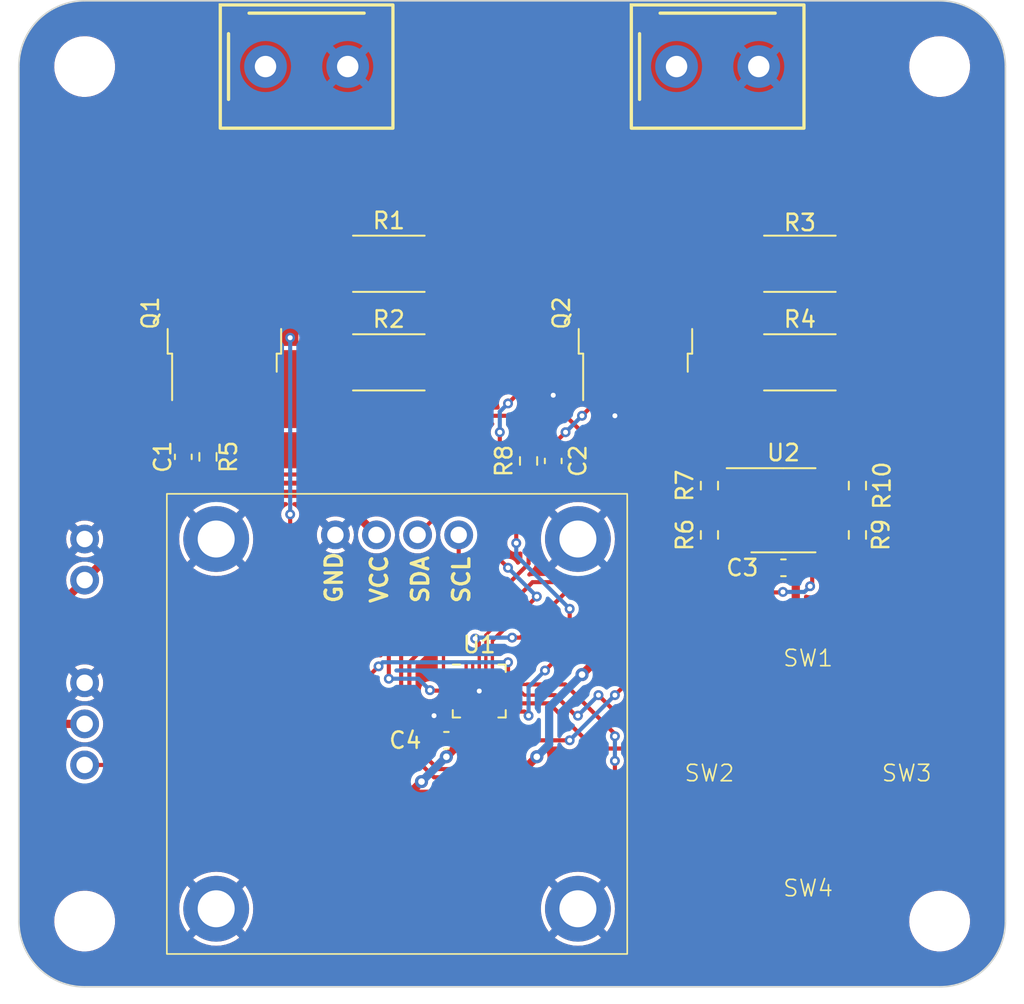
<source format=kicad_pcb>
(kicad_pcb (version 20241229) (generator "pcbnew") (generator_version "9.0")
  (layers (0 "F.Cu" signal) (2 "B.Cu" signal) (13 "F.Paste" user) (15 "B.Paste" user) (5 "F.SilkS" user "F.Silkscreen") (7 "B.SilkS" user "B.Silkscreen") (1 "F.Mask" user) (3 "B.Mask" user) (25 "Edge.Cuts" user))
  (net 0 "")
  (net 3 "+5V")
  (net 7 "GND")
  (net 8 "Net-(Q1-G)")
  (net 9 "Net-(Q2-G)")
  (net 10 "BAT1+")
  (net 11 "BAT2+")
  (net 12 "Net-(Q1-S)")
  (net 13 "Net-(Q2-S)")
  (net 14 "mos1")
  (net 15 "Net-(U2A--)")
  (net 16 "cur1")
  (net 17 "mos2")
  (net 18 "Net-(U2B--)")
  (net 19 "cur2")
  (net 20 "sda")
  (net 21 "scl")
  (net 22 "swio")
  (net 23 "B1")
  (net 24 "B2")
  (net 25 "B3")
  (net 26 "B4")
  (footprint "my-lib:sw-4.5mm" (layer "F.Cu") (at 24 17)
    (property "Reference" "SW3" (at 0 0 0) (layer "F.SilkS") (effects (font (thickness 0.1))))
    (property "Value" "SW_Push")
    (pad "1" smd rect (at -3 -1.5) (size 1.5 1.5) (layers "F.Cu" "F.Mask" "F.Paste") (net 25 "B3"))
    (pad "1" smd rect (at 3 -1.5) (size 1.5 1.5) (layers "F.Cu" "F.Mask" "F.Paste") (net 25 "B3"))
    (pad "2" smd rect (at -3 1.5) (size 1.5 1.5) (layers "F.Cu" "F.Mask" "F.Paste") (net 7 "GND"))
    (pad "2" smd rect (at 3 1.5) (size 1.5 1.5) (layers "F.Cu" "F.Mask" "F.Paste") (net 7 "GND"))
  )
  (footprint "Package_TO_SOT_SMD:TO-252-2" (layer "F.Cu") (at 7.5 -11 90)
    (property "Reference" "Q2" (at 0 -4.5 90) (layer "F.SilkS"))
    (property "Value" "Q_NMOS_GDS")
    (fp_line (start -0.97 -3.45) (end -2.47 -3.45) (stroke (width 0.12)) (layer "F.SilkS"))
    (fp_line (start -2.47 -3.45) (end -2.47 -3.18) (stroke (width 0.12)) (layer "F.SilkS"))
    (fp_line (start -2.47 -3.18) (end -5.3 -3.18) (stroke (width 0.12)) (layer "F.SilkS"))
    (fp_line (start -2.47 3.18) (end -3.57 3.18) (stroke (width 0.12)) (layer "F.SilkS"))
    (fp_line (start -0.97 3.45) (end -2.47 3.45) (stroke (width 0.12)) (layer "F.SilkS"))
    (fp_line (start -2.47 3.45) (end -2.47 3.18) (stroke (width 0.12)) (layer "F.SilkS"))
    (pad "1" smd rect (at -4.2 -2.28 90) (size 2.2 1.2) (layers "F.Cu" "F.Mask" "F.Paste") (net 9 "Net-(Q2-G)"))
    (pad "2" smd rect (at 2.1 0 90) (size 6.4 5.8) (layers "F.Cu" "F.Mask") (net 11 "BAT2+"))
    (pad "3" smd rect (at -4.2 2.28 90) (size 2.2 1.2) (layers "F.Cu" "F.Mask" "F.Paste") (net 13 "Net-(Q2-S)"))
  )
  (footprint "Package_DFN_QFN:QFN-20-1EP_3x3mm_P0.4mm_EP1.65x1.65mm" (layer "F.Cu") (at -2 12)
    (property "Reference" "U1" (at 0 -2.82 0) (layer "F.SilkS"))
    (property "Value" "ch32v003")
    (fp_line (start -1.61 1.61) (end -1.61 1.16) (stroke (width 0.12)) (layer "F.SilkS"))
    (fp_line (start -1.16 -1.61) (end -1.61 -1.61) (stroke (width 0.12)) (layer "F.SilkS"))
    (fp_line (start -1.16 1.61) (end -1.61 1.61) (stroke (width 0.12)) (layer "F.SilkS"))
    (fp_line (start 1.16 -1.61) (end 1.61 -1.61) (stroke (width 0.12)) (layer "F.SilkS"))
    (fp_line (start 1.16 1.61) (end 1.61 1.61) (stroke (width 0.12)) (layer "F.SilkS"))
    (fp_line (start 1.61 -1.61) (end 1.61 -1.16) (stroke (width 0.12)) (layer "F.SilkS"))
    (fp_line (start 1.61 1.61) (end 1.61 1.16) (stroke (width 0.12)) (layer "F.SilkS"))
    (pad "1" smd roundrect (at -1.45 -0.8) (size 0.85 0.2) (layers "F.Cu" "F.Mask" "F.Paste"))
    (pad "2" smd roundrect (at -1.45 -0.4) (size 0.85 0.2) (layers "F.Cu" "F.Mask" "F.Paste") (net 17 "mos2"))
    (pad "3" smd roundrect (at -1.45 0) (size 0.85 0.2) (layers "F.Cu" "F.Mask" "F.Paste") (net 10 "BAT1+"))
    (pad "4" smd roundrect (at -1.45 0.4) (size 0.85 0.2) (layers "F.Cu" "F.Mask" "F.Paste") (net 7 "GND"))
    (pad "5" smd roundrect (at -1.45 0.8) (size 0.85 0.2) (layers "F.Cu" "F.Mask" "F.Paste"))
    (pad "6" smd roundrect (at -0.8 1.45) (size 0.2 0.85) (layers "F.Cu" "F.Mask" "F.Paste") (net 3 "+5V"))
    (pad "7" smd roundrect (at -0.4 1.45) (size 0.2 0.85) (layers "F.Cu" "F.Mask" "F.Paste"))
    (pad "8" smd roundrect (at 0 1.45) (size 0.2 0.85) (layers "F.Cu" "F.Mask" "F.Paste") (net 20 "sda"))
    (pad "9" smd roundrect (at 0.4 1.45) (size 0.2 0.85) (layers "F.Cu" "F.Mask" "F.Paste") (net 21 "scl"))
    (pad "10" smd roundrect (at 0.8 1.45) (size 0.2 0.85) (layers "F.Cu" "F.Mask" "F.Paste") (net 23 "B1"))
    (pad "11" smd roundrect (at 1.45 0.8) (size 0.85 0.2) (layers "F.Cu" "F.Mask" "F.Paste") (net 11 "BAT2+"))
    (pad "12" smd roundrect (at 1.45 0.4) (size 0.85 0.2) (layers "F.Cu" "F.Mask" "F.Paste") (net 24 "B2"))
    (pad "13" smd roundrect (at 1.45 0) (size 0.85 0.2) (layers "F.Cu" "F.Mask" "F.Paste") (net 25 "B3"))
    (pad "14" smd roundrect (at 1.45 -0.4) (size 0.85 0.2) (layers "F.Cu" "F.Mask" "F.Paste") (net 26 "B4"))
    (pad "15" smd roundrect (at 1.45 -0.8) (size 0.85 0.2) (layers "F.Cu" "F.Mask" "F.Paste") (net 22 "swio"))
    (pad "16" smd roundrect (at 0.8 -1.45) (size 0.2 0.85) (layers "F.Cu" "F.Mask" "F.Paste") (net 14 "mos1"))
    (pad "17" smd roundrect (at 0.4 -1.45) (size 0.2 0.85) (layers "F.Cu" "F.Mask" "F.Paste") (net 16 "cur1"))
    (pad "18" smd roundrect (at 0 -1.45) (size 0.2 0.85) (layers "F.Cu" "F.Mask" "F.Paste") (net 19 "cur2"))
    (pad "19" smd roundrect (at -0.4 -1.45) (size 0.2 0.85) (layers "F.Cu" "F.Mask" "F.Paste"))
    (pad "20" smd roundrect (at -0.8 -1.45) (size 0.2 0.85) (layers "F.Cu" "F.Mask" "F.Paste"))
    (pad "21" smd rect (at 0 0) (size 1.65 1.65) (layers "F.Cu" "F.Mask") (net 7 "GND"))
  )
  (footprint "my-lib:sw-4.5mm" (layer "F.Cu") (at 18 24)
    (property "Reference" "SW4" (at 0 0 0) (layer "F.SilkS") (effects (font (thickness 0.1))))
    (property "Value" "SW_Push")
    (pad "1" smd rect (at -3 -1.5) (size 1.5 1.5) (layers "F.Cu" "F.Mask" "F.Paste") (net 26 "B4"))
    (pad "1" smd rect (at 3 -1.5) (size 1.5 1.5) (layers "F.Cu" "F.Mask" "F.Paste") (net 26 "B4"))
    (pad "2" smd rect (at -3 1.5) (size 1.5 1.5) (layers "F.Cu" "F.Mask" "F.Paste") (net 7 "GND"))
    (pad "2" smd rect (at 3 1.5) (size 1.5 1.5) (layers "F.Cu" "F.Mask" "F.Paste") (net 7 "GND"))
  )
  (footprint "Capacitor_SMD:C_0603_1608Metric" (layer "F.Cu") (at -4 15)
    (property "Reference" "C4" (at -2.5 0 0) (layer "F.SilkS"))
    (property "Value" "10u")
    (fp_line (start -0.14058 -0.51) (end 0.14058 -0.51) (stroke (width 0.12)) (layer "F.SilkS"))
    (fp_line (start -0.14058 0.51) (end 0.14058 0.51) (stroke (width 0.12)) (layer "F.SilkS"))
    (pad "1" smd roundrect (at -0.775 0) (size 0.9 0.95) (layers "F.Cu" "F.Mask" "F.Paste") (net 7 "GND"))
    (pad "2" smd roundrect (at 0.775 0) (size 0.9 0.95) (layers "F.Cu" "F.Mask" "F.Paste") (net 3 "+5V"))
  )
  (footprint "Resistor_SMD:R_0603_1608Metric" (layer "F.Cu") (at 21 -0.5 90)
    (property "Reference" "R10" (at 0 1.5 90) (layer "F.SilkS"))
    (property "Value" "40k")
    (fp_line (start -0.237258 -0.5225) (end 0.237258 -0.5225) (stroke (width 0.12)) (layer "F.SilkS"))
    (fp_line (start -0.237258 0.5225) (end 0.237258 0.5225) (stroke (width 0.12)) (layer "F.SilkS"))
    (pad "1" smd roundrect (at -0.825 0 90) (size 0.8 0.95) (layers "F.Cu" "F.Mask" "F.Paste") (net 18 "Net-(U2B--)"))
    (pad "2" smd roundrect (at 0.825 0 90) (size 0.8 0.95) (layers "F.Cu" "F.Mask" "F.Paste") (net 19 "cur2"))
  )
  (footprint "Capacitor_SMD:C_0603_1608Metric" (layer "F.Cu") (at -20 -2.25 -90)
    (property "Reference" "C1" (at 0 1.25 90) (layer "F.SilkS"))
    (property "Value" "10u")
    (fp_line (start -0.14058 0.51) (end 0.14058 0.51) (stroke (width 0.12)) (layer "F.SilkS"))
    (fp_line (start -0.14058 -0.51) (end 0.14058 -0.51) (stroke (width 0.12)) (layer "F.SilkS"))
    (pad "1" smd roundrect (at -0.775 0 270) (size 0.9 0.95) (layers "F.Cu" "F.Mask" "F.Paste") (net 8 "Net-(Q1-G)"))
    (pad "2" smd roundrect (at 0.775 0 270) (size 0.9 0.95) (layers "F.Cu" "F.Mask" "F.Paste") (net 7 "GND"))
  )
  (footprint "Resistor_SMD:R_0603_1608Metric" (layer "F.Cu") (at 1 -2 -90)
    (property "Reference" "R8" (at 0 1.5 90) (layer "F.SilkS"))
    (property "Value" "10k")
    (fp_line (start -0.237258 0.5225) (end 0.237258 0.5225) (stroke (width 0.12)) (layer "F.SilkS"))
    (fp_line (start -0.237258 -0.5225) (end 0.237258 -0.5225) (stroke (width 0.12)) (layer "F.SilkS"))
    (pad "1" smd roundrect (at -0.825 0 270) (size 0.8 0.95) (layers "F.Cu" "F.Mask" "F.Paste") (net 9 "Net-(Q2-G)"))
    (pad "2" smd roundrect (at 0.825 0 270) (size 0.8 0.95) (layers "F.Cu" "F.Mask" "F.Paste") (net 17 "mos2"))
  )
  (footprint "my-lib:module-oled-0.96" (layer "F.Cu") (at -7 14)
    (property "Reference" "J1" (hide yes))
    (property "Value" "Conn_01x04")
    (fp_rect (start -14 -14) (end 14 14) (stroke (width 0.1)) (fill no) (layer "F.SilkS"))
    (fp_text user "SDA" (at 2 -7.25 90) (layer "F.SilkS") (effects (font (thickness 0.2) (bold yes)) (justify left bottom)))
    (fp_text user "VCC" (at -0.5 -7.25 90) (layer "F.SilkS") (effects (font (thickness 0.2) (bold yes)) (justify left bottom)))
    (fp_text user "GND" (at -3.25 -7.25 90) (layer "F.SilkS") (effects (font (thickness 0.2) (bold yes)) (justify left bottom)))
    (fp_text user "SCL" (at 4.5 -7.25 90) (layer "F.SilkS") (effects (font (thickness 0.2) (bold yes)) (justify left bottom)))
    (pad "1" thru_hole circle (at -11 -11.25) (size 4 4) (drill 2.25) (layers "*.Cu" "*.Mask") (net 7 "GND"))
    (pad "1" thru_hole circle (at -11 11.25) (size 4 4) (drill 2.25) (layers "*.Cu" "*.Mask") (net 7 "GND"))
    (pad "1" thru_hole circle (at -3.75 -11.5) (size 1.75 1.75) (drill 1) (layers "*.Cu" "*.Mask") (net 7 "GND"))
    (pad "1" thru_hole circle (at 11 -11.25) (size 4 4) (drill 2.25) (layers "*.Cu" "*.Mask") (net 7 "GND"))
    (pad "1" thru_hole circle (at 11 11.25) (size 4 4) (drill 2.25) (layers "*.Cu" "*.Mask") (net 7 "GND"))
    (pad "2" thru_hole circle (at -1.25 -11.5) (size 1.75 1.75) (drill 1) (layers "*.Cu" "*.Mask") (net 3 "+5V"))
    (pad "3" thru_hole circle (at 1.25 -11.5) (size 1.75 1.75) (drill 1) (layers "*.Cu" "*.Mask") (net 20 "sda"))
    (pad "4" thru_hole circle (at 3.75 -11.5) (size 1.75 1.75) (drill 1) (layers "*.Cu" "*.Mask") (net 21 "scl"))
  )
  (footprint "Resistor_SMD:R_2512_6332Metric" (layer "F.Cu") (at -7.5 -8)
    (property "Reference" "R2" (at 0 -2.62 0) (layer "F.SilkS"))
    (property "Value" "2")
    (fp_line (start -2.177064 -1.71) (end 2.177064 -1.71) (stroke (width 0.12)) (layer "F.SilkS"))
    (fp_line (start -2.177064 1.71) (end 2.177064 1.71) (stroke (width 0.12)) (layer "F.SilkS"))
    (pad "1" smd roundrect (at -2.9625 0) (size 1.225 3.35) (layers "F.Cu" "F.Mask" "F.Paste") (roundrect_rratio 0.204082) (net 12 "Net-(Q1-S)"))
    (pad "2" smd roundrect (at 2.9625 0) (size 1.225 3.35) (layers "F.Cu" "F.Mask" "F.Paste") (roundrect_rratio 0.204082) (net 7 "GND"))
  )
  (footprint "my-lib:pin-header-2.5mm-2" (layer "F.Cu") (at -26 4)
    (property "Reference" "J3" (hide yes))
    (property "Value" "Conn_01x02")
    (pad "1" thru_hole circle (at 0 -1.25) (size 1.75 1.75) (drill 1) (layers "*.Cu" "*.Mask") (net 7 "GND"))
    (pad "2" thru_hole circle (at 0 1.25) (size 1.75 1.75) (drill 1) (layers "*.Cu" "*.Mask") (net 3 "+5V"))
  )
  (footprint "MountingHole:MountingHole_3.2mm_M3" (layer "F.Cu") (at 26 -26)
    (property "Reference" "H2" (hide yes))
    (property "Value" "MountingHole")
    (pad "" np_thru_hole circle (at 0 0) (size 3.2 3.2) (drill 3.2) (layers "*.Cu" "*.Mask"))
  )
  (footprint "Capacitor_SMD:C_0603_1608Metric" (layer "F.Cu") (at 2.5 -2 -90)
    (property "Reference" "C2" (at 0 -1.5 90) (layer "F.SilkS"))
    (property "Value" "10u")
    (fp_line (start -0.14058 0.51) (end 0.14058 0.51) (stroke (width 0.12)) (layer "F.SilkS"))
    (fp_line (start -0.14058 -0.51) (end 0.14058 -0.51) (stroke (width 0.12)) (layer "F.SilkS"))
    (pad "1" smd roundrect (at -0.775 0 270) (size 0.9 0.95) (layers "F.Cu" "F.Mask" "F.Paste") (net 9 "Net-(Q2-G)"))
    (pad "2" smd roundrect (at 0.775 0 270) (size 0.9 0.95) (layers "F.Cu" "F.Mask" "F.Paste") (net 7 "GND"))
  )
  (footprint "Resistor_SMD:R_2512_6332Metric" (layer "F.Cu") (at 17.5 -14)
    (property "Reference" "R3" (at 0 -2.5 0) (layer "F.SilkS"))
    (property "Value" "2")
    (fp_line (start -2.177064 -1.71) (end 2.177064 -1.71) (stroke (width 0.12)) (layer "F.SilkS"))
    (fp_line (start -2.177064 1.71) (end 2.177064 1.71) (stroke (width 0.12)) (layer "F.SilkS"))
    (pad "1" smd roundrect (at -2.9625 0) (size 1.225 3.35) (layers "F.Cu" "F.Mask" "F.Paste") (roundrect_rratio 0.204082) (net 13 "Net-(Q2-S)"))
    (pad "2" smd roundrect (at 2.9625 0) (size 1.225 3.35) (layers "F.Cu" "F.Mask" "F.Paste") (roundrect_rratio 0.204082) (net 7 "GND"))
  )
  (footprint "Package_SO:SOP-8_3.9x4.9mm_P1.27mm" (layer "F.Cu") (at 16.5 1)
    (property "Reference" "U2" (at 0 -3.5 0) (layer "F.SilkS"))
    (property "Value" "LMV358")
    (fp_line (start 0 -2.56) (end -3.45 -2.56) (stroke (width 0.12)) (layer "F.SilkS"))
    (fp_line (start 0 -2.56) (end 1.95 -2.56) (stroke (width 0.12)) (layer "F.SilkS"))
    (fp_line (start 0 2.56) (end -1.95 2.56) (stroke (width 0.12)) (layer "F.SilkS"))
    (fp_line (start 0 2.56) (end 1.95 2.56) (stroke (width 0.12)) (layer "F.SilkS"))
    (pad "1" smd roundrect (at -2.625 -1.905) (size 1.65 0.6) (layers "F.Cu" "F.Mask" "F.Paste") (net 16 "cur1"))
    (pad "2" smd roundrect (at -2.625 -0.635) (size 1.65 0.6) (layers "F.Cu" "F.Mask" "F.Paste") (net 15 "Net-(U2A--)"))
    (pad "3" smd roundrect (at -2.625 0.635) (size 1.65 0.6) (layers "F.Cu" "F.Mask" "F.Paste") (net 12 "Net-(Q1-S)"))
    (pad "4" smd roundrect (at -2.625 1.905) (size 1.65 0.6) (layers "F.Cu" "F.Mask" "F.Paste") (net 7 "GND"))
    (pad "5" smd roundrect (at 2.625 1.905) (size 1.65 0.6) (layers "F.Cu" "F.Mask" "F.Paste") (net 13 "Net-(Q2-S)"))
    (pad "6" smd roundrect (at 2.625 0.635) (size 1.65 0.6) (layers "F.Cu" "F.Mask" "F.Paste") (net 18 "Net-(U2B--)"))
    (pad "7" smd roundrect (at 2.625 -0.635) (size 1.65 0.6) (layers "F.Cu" "F.Mask" "F.Paste") (net 19 "cur2"))
    (pad "8" smd roundrect (at 2.625 -1.905) (size 1.65 0.6) (layers "F.Cu" "F.Mask" "F.Paste") (net 3 "+5V"))
  )
  (footprint "Capacitor_SMD:C_0603_1608Metric" (layer "F.Cu") (at 16.5 4.5 180)
    (property "Reference" "C3" (at 2.5 0 0) (layer "F.SilkS"))
    (property "Value" "10u")
    (fp_line (start -0.14058 0.51) (end 0.14058 0.51) (stroke (width 0.12)) (layer "F.SilkS"))
    (fp_line (start -0.14058 -0.51) (end 0.14058 -0.51) (stroke (width 0.12)) (layer "F.SilkS"))
    (pad "1" smd roundrect (at -0.775 0 180) (size 0.9 0.95) (layers "F.Cu" "F.Mask" "F.Paste") (net 3 "+5V"))
    (pad "2" smd roundrect (at 0.775 0 180) (size 0.9 0.95) (layers "F.Cu" "F.Mask" "F.Paste") (net 7 "GND"))
  )
  (footprint "Package_TO_SOT_SMD:TO-252-2" (layer "F.Cu") (at -17.5 -11 90)
    (property "Reference" "Q1" (at 0 -4.5 90) (layer "F.SilkS"))
    (property "Value" "Q_NMOS_GDS")
    (fp_line (start -0.97 -3.45) (end -2.47 -3.45) (stroke (width 0.12)) (layer "F.SilkS"))
    (fp_line (start -2.47 -3.45) (end -2.47 -3.18) (stroke (width 0.12)) (layer "F.SilkS"))
    (fp_line (start -2.47 -3.18) (end -5.3 -3.18) (stroke (width 0.12)) (layer "F.SilkS"))
    (fp_line (start -2.47 3.18) (end -3.57 3.18) (stroke (width 0.12)) (layer "F.SilkS"))
    (fp_line (start -0.97 3.45) (end -2.47 3.45) (stroke (width 0.12)) (layer "F.SilkS"))
    (fp_line (start -2.47 3.45) (end -2.47 3.18) (stroke (width 0.12)) (layer "F.SilkS"))
    (pad "1" smd rect (at -4.2 -2.28 90) (size 2.2 1.2) (layers "F.Cu" "F.Mask" "F.Paste") (net 8 "Net-(Q1-G)"))
    (pad "2" smd rect (at 2.1 0 90) (size 6.4 5.8) (layers "F.Cu" "F.Mask") (net 10 "BAT1+"))
    (pad "3" smd rect (at -4.2 2.28 90) (size 2.2 1.2) (layers "F.Cu" "F.Mask" "F.Paste") (net 12 "Net-(Q1-S)"))
  )
  (footprint "my-lib:screw-terminal-P5.00mm-1x02" (layer "F.Cu") (at 12.5 -26)
    (property "Reference" "J4" (hide yes))
    (property "Value" "Screw_Terminal_01x02")
    (fp_line (start -4.75 -2) (end -4.75 2) (stroke (width 0.2)) (layer "F.SilkS"))
    (fp_line (start -3.5 -3.25) (end 3.5 -3.25) (stroke (width 0.2)) (layer "F.SilkS"))
    (fp_rect (start -5.25 -3.75) (end 5.25 3.75) (stroke (width 0.2)) (fill no) (layer "F.SilkS"))
    (pad "1" thru_hole circle (at -2.5 0) (size 2.6 2.6) (drill 1.3) (layers "*.Cu" "*.Mask") (net 11 "BAT2+"))
    (pad "2" thru_hole circle (at 2.5 0) (size 2.6 2.6) (drill 1.3) (layers "*.Cu" "*.Mask") (net 7 "GND"))
  )
  (footprint "Resistor_SMD:R_2512_6332Metric" (layer "F.Cu") (at -7.5 -14)
    (property "Reference" "R1" (at 0 -2.62 0) (layer "F.SilkS"))
    (property "Value" "2")
    (fp_line (start -2.177064 -1.71) (end 2.177064 -1.71) (stroke (width 0.12)) (layer "F.SilkS"))
    (fp_line (start -2.177064 1.71) (end 2.177064 1.71) (stroke (width 0.12)) (layer "F.SilkS"))
    (pad "1" smd roundrect (at -2.9625 0) (size 1.225 3.35) (layers "F.Cu" "F.Mask" "F.Paste") (roundrect_rratio 0.204082) (net 12 "Net-(Q1-S)"))
    (pad "2" smd roundrect (at 2.9625 0) (size 1.225 3.35) (layers "F.Cu" "F.Mask" "F.Paste") (roundrect_rratio 0.204082) (net 7 "GND"))
  )
  (footprint "MountingHole:MountingHole_3.2mm_M3" (layer "F.Cu") (at 26 26)
    (property "Reference" "H4" (hide yes))
    (property "Value" "MountingHole")
    (pad "" np_thru_hole circle (at 0 0) (size 3.2 3.2) (drill 3.2) (layers "*.Cu" "*.Mask"))
  )
  (footprint "Resistor_SMD:R_0603_1608Metric" (layer "F.Cu") (at -18.5 -2.25 -90)
    (property "Reference" "R5" (at 0 -1.25 90) (layer "F.SilkS"))
    (property "Value" "10k")
    (fp_line (start -0.237258 0.5225) (end 0.237258 0.5225) (stroke (width 0.12)) (layer "F.SilkS"))
    (fp_line (start -0.237258 -0.5225) (end 0.237258 -0.5225) (stroke (width 0.12)) (layer "F.SilkS"))
    (pad "1" smd roundrect (at -0.825 0 270) (size 0.8 0.95) (layers "F.Cu" "F.Mask" "F.Paste") (net 8 "Net-(Q1-G)"))
    (pad "2" smd roundrect (at 0.825 0 270) (size 0.8 0.95) (layers "F.Cu" "F.Mask" "F.Paste") (net 14 "mos1"))
  )
  (footprint "my-lib:pin-header-2.5mm-3" (layer "F.Cu") (at -26 14)
    (property "Reference" "J2" (hide yes))
    (property "Value" "Conn_01x03")
    (pad "1" thru_hole circle (at 0 -2.5) (size 1.75 1.75) (drill 1) (layers "*.Cu" "*.Mask") (net 7 "GND"))
    (pad "2" thru_hole circle (at 0 0) (size 1.75 1.75) (drill 1) (layers "*.Cu" "*.Mask") (net 3 "+5V"))
    (pad "3" thru_hole circle (at 0 2.5) (size 1.75 1.75) (drill 1) (layers "*.Cu" "*.Mask") (net 22 "swio"))
  )
  (footprint "Resistor_SMD:R_0603_1608Metric" (layer "F.Cu") (at 12 2.5 -90)
    (property "Reference" "R6" (at 0 1.5 90) (layer "F.SilkS"))
    (property "Value" "10k")
    (fp_line (start -0.237258 0.5225) (end 0.237258 0.5225) (stroke (width 0.12)) (layer "F.SilkS"))
    (fp_line (start -0.237258 -0.5225) (end 0.237258 -0.5225) (stroke (width 0.12)) (layer "F.SilkS"))
    (pad "1" smd roundrect (at -0.825 0 270) (size 0.8 0.95) (layers "F.Cu" "F.Mask" "F.Paste") (net 15 "Net-(U2A--)"))
    (pad "2" smd roundrect (at 0.825 0 270) (size 0.8 0.95) (layers "F.Cu" "F.Mask" "F.Paste") (net 7 "GND"))
  )
  (footprint "my-lib:screw-terminal-P5.00mm-1x02" (layer "F.Cu") (at -12.5 -26)
    (property "Reference" "J5" (hide yes))
    (property "Value" "Screw_Terminal_01x02")
    (fp_line (start -4.75 -2) (end -4.75 2) (stroke (width 0.2)) (layer "F.SilkS"))
    (fp_line (start -3.5 -3.25) (end 3.5 -3.25) (stroke (width 0.2)) (layer "F.SilkS"))
    (fp_rect (start -5.25 -3.75) (end 5.25 3.75) (stroke (width 0.2)) (fill no) (layer "F.SilkS"))
    (pad "1" thru_hole circle (at -2.5 0) (size 2.6 2.6) (drill 1.3) (layers "*.Cu" "*.Mask") (net 10 "BAT1+"))
    (pad "2" thru_hole circle (at 2.5 0) (size 2.6 2.6) (drill 1.3) (layers "*.Cu" "*.Mask") (net 7 "GND"))
  )
  (footprint "Resistor_SMD:R_0603_1608Metric" (layer "F.Cu") (at 12 -0.5 90)
    (property "Reference" "R7" (at 0 -1.5 90) (layer "F.SilkS"))
    (property "Value" "40k")
    (fp_line (start -0.237258 -0.5225) (end 0.237258 -0.5225) (stroke (width 0.12)) (layer "F.SilkS"))
    (fp_line (start -0.237258 0.5225) (end 0.237258 0.5225) (stroke (width 0.12)) (layer "F.SilkS"))
    (pad "1" smd roundrect (at -0.825 0 90) (size 0.8 0.95) (layers "F.Cu" "F.Mask" "F.Paste") (net 15 "Net-(U2A--)"))
    (pad "2" smd roundrect (at 0.825 0 90) (size 0.8 0.95) (layers "F.Cu" "F.Mask" "F.Paste") (net 16 "cur1"))
  )
  (footprint "MountingHole:MountingHole_3.2mm_M3" (layer "F.Cu") (at -26 -26)
    (property "Reference" "H1" (hide yes))
    (property "Value" "MountingHole")
    (pad "" np_thru_hole circle (at 0 0) (size 3.2 3.2) (drill 3.2) (layers "*.Cu" "*.Mask"))
  )
  (footprint "Resistor_SMD:R_2512_6332Metric" (layer "F.Cu") (at 17.5 -8)
    (property "Reference" "R4" (at 0 -2.62 0) (layer "F.SilkS"))
    (property "Value" "2")
    (fp_line (start -2.177064 -1.71) (end 2.177064 -1.71) (stroke (width 0.12)) (layer "F.SilkS"))
    (fp_line (start -2.177064 1.71) (end 2.177064 1.71) (stroke (width 0.12)) (layer "F.SilkS"))
    (pad "1" smd roundrect (at -2.9625 0) (size 1.225 3.35) (layers "F.Cu" "F.Mask" "F.Paste") (roundrect_rratio 0.204082) (net 13 "Net-(Q2-S)"))
    (pad "2" smd roundrect (at 2.9625 0) (size 1.225 3.35) (layers "F.Cu" "F.Mask" "F.Paste") (roundrect_rratio 0.204082) (net 7 "GND"))
  )
  (footprint "Resistor_SMD:R_0603_1608Metric" (layer "F.Cu") (at 21 2.5 -90)
    (property "Reference" "R9" (at 0 -1.43 90) (layer "F.SilkS"))
    (property "Value" "10k")
    (fp_line (start -0.237258 0.5225) (end 0.237258 0.5225) (stroke (width 0.12)) (layer "F.SilkS"))
    (fp_line (start -0.237258 -0.5225) (end 0.237258 -0.5225) (stroke (width 0.12)) (layer "F.SilkS"))
    (pad "1" smd roundrect (at -0.825 0 270) (size 0.8 0.95) (layers "F.Cu" "F.Mask" "F.Paste") (net 18 "Net-(U2B--)"))
    (pad "2" smd roundrect (at 0.825 0 270) (size 0.8 0.95) (layers "F.Cu" "F.Mask" "F.Paste") (net 7 "GND"))
  )
  (footprint "MountingHole:MountingHole_3.2mm_M3" (layer "F.Cu") (at -26 26)
    (property "Reference" "H3" (hide yes))
    (property "Value" "MountingHole")
    (pad "" np_thru_hole circle (at 0 0) (size 3.2 3.2) (drill 3.2) (layers "*.Cu" "*.Mask"))
  )
  (footprint "my-lib:sw-4.5mm" (layer "F.Cu") (at 12 17)
    (property "Reference" "SW2" (at 0 0 0) (layer "F.SilkS") (effects (font (thickness 0.1))))
    (property "Value" "SW_Push")
    (pad "1" smd rect (at -3 -1.5) (size 1.5 1.5) (layers "F.Cu" "F.Mask" "F.Paste") (net 24 "B2"))
    (pad "1" smd rect (at 3 -1.5) (size 1.5 1.5) (layers "F.Cu" "F.Mask" "F.Paste") (net 24 "B2"))
    (pad "2" smd rect (at -3 1.5) (size 1.5 1.5) (layers "F.Cu" "F.Mask" "F.Paste") (net 7 "GND"))
    (pad "2" smd rect (at 3 1.5) (size 1.5 1.5) (layers "F.Cu" "F.Mask" "F.Paste") (net 7 "GND"))
  )
  (footprint "my-lib:sw-4.5mm" (layer "F.Cu") (at 18 10)
    (property "Reference" "SW1" (at 0 0 0) (layer "F.SilkS") (effects (font (thickness 0.1))))
    (property "Value" "SW_Push")
    (pad "1" smd rect (at -3 -1.5) (size 1.5 1.5) (layers "F.Cu" "F.Mask" "F.Paste") (net 23 "B1"))
    (pad "1" smd rect (at 3 -1.5) (size 1.5 1.5) (layers "F.Cu" "F.Mask" "F.Paste") (net 23 "B1"))
    (pad "2" smd rect (at -3 1.5) (size 1.5 1.5) (layers "F.Cu" "F.Mask" "F.Paste") (net 7 "GND"))
    (pad "2" smd rect (at 3 1.5) (size 1.5 1.5) (layers "F.Cu" "F.Mask" "F.Paste") (net 7 "GND"))
  )
  (gr_line (start 30 -26) (end 30 26) (stroke (width 0.1)) (layer "Edge.Cuts"))
  (gr_arc (start 26 -30) (mid 28.828427 -28.828427) (end 30 -26) (stroke (width 0.1)) (layer "Edge.Cuts"))
  (gr_arc (start -26 30) (mid -28.828427 28.828427) (end -30 26) (stroke (width 0.1)) (layer "Edge.Cuts"))
  (gr_arc (start 30 26) (mid 28.828427 28.828427) (end 26 30) (stroke (width 0.1)) (layer "Edge.Cuts"))
  (gr_line (start -26 -30) (end 26 -30) (stroke (width 0.1)) (layer "Edge.Cuts"))
  (gr_line (start -30 26) (end -30 -26) (stroke (width 0.1)) (layer "Edge.Cuts"))
  (gr_arc (start -30 -26) (mid -28.828427 -28.828427) (end -26 -30) (stroke (width 0.1)) (layer "Edge.Cuts"))
  (gr_line (start 26 30) (end -26 30) (stroke (width 0.1)) (layer "Edge.Cuts"))
  (segment (start 17 4.225) (end 17 0.395) (width 0.5) (layer "F.Cu") (net 3))
  (segment (start 17.25 4.525) (end 17.275 4.5) (width 0.5) (layer "F.Cu") (net 3))
  (segment (start -0.75 18.25) (end 1.5 16) (width 0.5) (layer "F.Cu") (net 3))
  (segment (start 17.25 6.5) (end 17.25 4.525) (width 0.5) (layer "F.Cu") (net 3))
  (segment (start -3.225 15.225) (end -3.225 15) (width 0.5) (layer "F.Cu") (net 3))
  (segment (start 4.25 11) (end 8.25 7) (width 0.5) (layer "F.Cu") (net 3))
  (segment (start 16.75 7) (end 17.25 6.5) (width 0.5) (layer "F.Cu") (net 3))
  (segment (start -6.25 18.25) (end -0.75 18.25) (width 0.5) (layer "F.Cu") (net 3))
  (segment (start -3.225 13.725) (end -2.95 13.45) (width 0.5) (layer "F.Cu") (net 3))
  (segment (start -27.5 17.5) (end -27.5 6.75) (width 0.5) (layer "F.Cu") (net 3))
  (segment (start -26.75 18.25) (end -27.5 17.5) (width 0.5) (layer "F.Cu") (net 3))
  (segment (start 18.3 -0.905) (end 19.125 -0.905) (width 0.5) (layer "F.Cu") (net 3))
  (segment (start 17 0.395) (end 18.3 -0.905) (width 0.5) (layer "F.Cu") (net 3))
  (segment (start -20.75 0) (end -10.75 0) (width 0.5) (layer "F.Cu") (net 3))
  (segment (start -3.225 15) (end -3.225 13.725) (width 0.5) (layer "F.Cu") (net 3))
  (segment (start -4 16) (end -3.225 15.225) (width 0.5) (layer "F.Cu") (net 3))
  (segment (start 17.275 4.5) (end 17 4.225) (width 0.5) (layer "F.Cu") (net 3))
  (segment (start -6.25 18.25) (end -26.75 18.25) (width 0.5) (layer "F.Cu") (net 3))
  (segment (start -10.75 0) (end -8.25 2.5) (width 0.5) (layer "F.Cu") (net 3))
  (segment (start -5.512299 17.512299) (end -6.25 18.25) (width 0.5) (layer "F.Cu") (net 3))
  (segment (start -27.5 6.75) (end -26 5.25) (width 0.5) (layer "F.Cu") (net 3))
  (segment (start -26 5.25) (end -20.75 0) (width 0.5) (layer "F.Cu") (net 3))
  (segment (start -26 14) (end -27.5 14) (width 0.5) (layer "F.Cu") (net 3))
  (segment (start 8.25 7) (end 16.75 7) (width 0.5) (layer "F.Cu") (net 3))
  (via (at -4 16) (size 0.8) (drill 0.4) (layers "F.Cu" "B.Cu") (net 3))
  (via (at 1.5 16) (size 0.8) (drill 0.4) (layers "F.Cu" "B.Cu") (net 3))
  (via (at -5.512299 17.512299) (size 0.8) (drill 0.4) (layers "F.Cu" "B.Cu") (net 3))
  (via (at 4.25 11) (size 0.8) (drill 0.4) (layers "F.Cu" "B.Cu") (net 3))
  (segment (start 4.25 11) (end 2.25 13) (width 0.5) (layer "B.Cu") (net 3))
  (segment (start -4 16) (end -5.512299 17.512299) (width 0.5) (layer "B.Cu") (net 3))
  (segment (start 2.25 15.25) (end 1.5 16) (width 0.5) (layer "B.Cu") (net 3))
  (segment (start 2.25 13) (end 2.25 15.25) (width 0.5) (layer "B.Cu") (net 3))
  (segment (start -3.45 12.4) (end -2.4 12.4) (width 0.2) (layer "F.Cu") (net 7))
  (segment (start -4.4 12.4) (end -4.5 12.5) (width 0.2) (layer "F.Cu") (net 7))
  (segment (start -3.45 12.4) (end -4.4 12.4) (width 0.2) (layer "F.Cu") (net 7))
  (via (at 6.25 -4.75) (size 0.6) (drill 0.3) (layers "F.Cu" "B.Cu") (net 7))
  (via (at -4.75 13.5) (size 0.6) (drill 0.3) (layers "F.Cu" "B.Cu") (net 7))
  (via (at 2.5 -6) (size 0.6) (drill 0.3) (layers "F.Cu" "B.Cu") (net 7))
  (via (at -2 12) (size 0.6) (drill 0.3) (layers "F.Cu" "B.Cu") (net 7))
  (segment (start -19.95 -3.075) (end -20 -3.025) (width 0.25) (layer "F.Cu") (net 8))
  (segment (start -18.5 -3.075) (end -19.95 -3.075) (width 0.25) (layer "F.Cu") (net 8))
  (segment (start -20 -3.025) (end -20 -6.58) (width 0.25) (layer "F.Cu") (net 8))
  (segment (start -20 -6.58) (end -19.78 -6.8) (width 0.25) (layer "F.Cu") (net 8))
  (segment (start 2.5 -3) (end 3.25 -3.75) (width 0.25) (layer "F.Cu") (net 9))
  (segment (start 4.25 -4.75) (end 5.22 -5.72) (width 0.25) (layer "F.Cu") (net 9))
  (segment (start 2.5 -2.775) (end 2.5 -3) (width 0.25) (layer "F.Cu") (net 9))
  (segment (start 5.22 -5.72) (end 5.22 -6.8) (width 0.25) (layer "F.Cu") (net 9))
  (segment (start 2.45 -2.825) (end 2.5 -2.775) (width 0.25) (layer "F.Cu") (net 9))
  (segment (start 1 -2.825) (end 2.45 -2.825) (width 0.25) (layer "F.Cu") (net 9))
  (via (at 3.25 -3.75) (size 0.6) (drill 0.3) (layers "F.Cu" "B.Cu") (net 9))
  (via (at 4.25 -4.75) (size 0.6) (drill 0.3) (layers "F.Cu" "B.Cu") (net 9))
  (segment (start 3.25 -3.75) (end 4.25 -4.75) (width 0.25) (layer "B.Cu") (net 9))
  (segment (start -13.5 3.5) (end -7.5 9.5) (width 0.25) (layer "F.Cu") (net 10))
  (segment (start -13.5 1.25) (end -13.5 3.5) (width 0.25) (layer "F.Cu") (net 10))
  (segment (start -13.9 -9.5) (end -13.5 -9.5) (width 0.25) (layer "F.Cu") (net 10))
  (segment (start -17.5 -13.1) (end -13.9 -9.5) (width 0.25) (layer "F.Cu") (net 10))
  (segment (start -7.5 9.5) (end -7.5 11.25) (width 0.25) (layer "F.Cu") (net 10))
  (segment (start -5 11.950497) (end -4.975497 11.975) (width 0.25) (layer "F.Cu") (net 10))
  (segment (start -4.975497 11.975) (end -4.5 11.975) (width 0.25) (layer "F.Cu") (net 10))
  (segment (start -3.45 12) (end -4.5 12) (width 0.2) (layer "F.Cu") (net 10))
  (via (at -13.5 -9.5) (size 0.6) (drill 0.3) (layers "F.Cu" "B.Cu") (net 10))
  (via (at -5 11.950497) (size 0.6) (drill 0.3) (layers "F.Cu" "B.Cu") (net 10))
  (via (at -7.5 11.25) (size 0.6) (drill 0.3) (layers "F.Cu" "B.Cu") (net 10))
  (via (at -13.5 1.25) (size 0.6) (drill 0.3) (layers "F.Cu" "B.Cu") (net 10))
  (segment (start -5.700497 11.25) (end -5 11.950497) (width 0.25) (layer "B.Cu") (net 10))
  (segment (start -7.5 11.25) (end -5.700497 11.25) (width 0.25) (layer "B.Cu") (net 10))
  (segment (start -13.5 1.25) (end -13.5 -3.5) (width 0.25) (layer "B.Cu") (net 10))
  (segment (start -13.5 -3.5) (end -13.5 -9.5) (width 0.25) (layer "B.Cu") (net 10))
  (segment (start 0.25 -0.701996) (end -0.75 -1.701996) (width 0.25) (layer "F.Cu") (net 11))
  (segment (start -0.55 12.8) (end -0.1 13.25) (width 0.2) (layer "F.Cu") (net 11))
  (segment (start -0.25 -5.5) (end 7.35 -13.1) (width 0.25) (layer "F.Cu") (net 11))
  (segment (start 3.5 9.25) (end 3.5 7) (width 0.25) (layer "F.Cu") (net 11))
  (segment (start 7.35 -13.1) (end 7.5 -13.1) (width 0.25) (layer "F.Cu") (net 11))
  (segment (start 2 10.75) (end 3.5 9.25) (width 0.25) (layer "F.Cu") (net 11))
  (segment (start 0.25 13.25) (end 0.75 13.25) (width 0.25) (layer "F.Cu") (net 11))
  (segment (start -0.1 13.25) (end 0.25 13.25) (width 0.2) (layer "F.Cu") (net 11))
  (segment (start -0.75 -1.701996) (end -0.75 -3.75) (width 0.25) (layer "F.Cu") (net 11))
  (segment (start 0.25 3) (end 0.25 -0.701996) (width 0.25) (layer "F.Cu") (net 11))
  (segment (start 0.75 13.25) (end 1 13.5) (width 0.25) (layer "F.Cu") (net 11))
  (via (at 1 13.5) (size 0.6) (drill 0.3) (layers "F.Cu" "B.Cu") (net 11))
  (via (at -0.75 -3.75) (size 0.6) (drill 0.3) (layers "F.Cu" "B.Cu") (net 11))
  (via (at 0.25 3) (size 0.6) (drill 0.3) (layers "F.Cu" "B.Cu") (net 11))
  (via (at -0.25 -5.5) (size 0.6) (drill 0.3) (layers "F.Cu" "B.Cu") (net 11))
  (via (at 2 10.75) (size 0.6) (drill 0.3) (layers "F.Cu" "B.Cu") (net 11))
  (via (at 3.5 7) (size 0.6) (drill 0.3) (layers "F.Cu" "B.Cu") (net 11))
  (segment (start 1 13.5) (end 1 11.75) (width 0.25) (layer "B.Cu") (net 11))
  (segment (start 0.25 3.75) (end 0.25 3) (width 0.25) (layer "B.Cu") (net 11))
  (segment (start -0.75 -5) (end -0.25 -5.5) (width 0.25) (layer "B.Cu") (net 11))
  (segment (start 3.5 7) (end 0.25 3.75) (width 0.25) (layer "B.Cu") (net 11))
  (segment (start -0.75 -3.75) (end -0.75 -5) (width 0.25) (layer "B.Cu") (net 11))
  (segment (start 1 11.75) (end 2 10.75) (width 0.25) (layer "B.Cu") (net 11))
  (segment (start 14.7 1.635) (end 15.25 1.085) (width 0.25) (layer "F.Cu") (net 12))
  (segment (start 15.25 1.085) (end 15.25 -1.138376) (width 0.25) (layer "F.Cu") (net 12))
  (segment (start 13.875 1.635) (end 14.7 1.635) (width 0.25) (layer "F.Cu") (net 12))
  (segment (start 13.388376 -3) (end 5 -3) (width 0.25) (layer "F.Cu") (net 12))
  (segment (start 5 -3) (end 3.25 -4.75) (width 0.25) (layer "F.Cu") (net 12))
  (segment (start 3.25 -4.75) (end -8.25 -4.75) (width 0.25) (layer "F.Cu") (net 12))
  (segment (start 15.25 -1.138376) (end 13.388376 -3) (width 0.25) (layer "F.Cu") (net 12))
  (segment (start 19.845 2.905) (end 20.25 2.5) (width 0.25) (layer "F.Cu") (net 13))
  (segment (start 19 -5) (end 17 -5) (width 0.25) (layer "F.Cu") (net 13))
  (segment (start 21.5 2.5) (end 22 2) (width 0.25) (layer "F.Cu") (net 13))
  (segment (start 22 -2) (end 19 -5) (width 0.25) (layer "F.Cu") (net 13))
  (segment (start 19.125 2.905) (end 19.845 2.905) (width 0.25) (layer "F.Cu") (net 13))
  (segment (start 22 2) (end 22 -2) (width 0.25) (layer "F.Cu") (net 13))
  (segment (start 20.25 2.5) (end 21.5 2.5) (width 0.25) (layer "F.Cu") (net 13))
  (segment (start 1.5 6.25) (end -1 8.75) (width 0.25) (layer "F.Cu") (net 14))
  (segment (start -2.925 -1.175) (end -18.5 -1.175) (width 0.25) (layer "F.Cu") (net 14))
  (segment (start -1 0.75) (end -2.925 -1.175) (width 0.25) (layer "F.Cu") (net 14))
  (segment (start -1 8.75) (end -1.2 8.95) (width 0.2) (layer "F.Cu") (net 14))
  (segment (start -0.25 4.5) (end -1 3.75) (width 0.25) (layer "F.Cu") (net 14))
  (segment (start -1.2 8.95) (end -1.2 10.55) (width 0.2) (layer "F.Cu") (net 14))
  (segment (start -1 3.75) (end -1 0.75) (width 0.25) (layer "F.Cu") (net 14))
  (via (at 1.5 6.25) (size 0.6) (drill 0.3) (layers "F.Cu" "B.Cu") (net 14))
  (via (at -0.25 4.5) (size 0.6) (drill 0.3) (layers "F.Cu" "B.Cu") (net 14))
  (segment (start -0.25 4.5) (end 1.5 6.25) (width 0.25) (layer "B.Cu") (net 14))
  (segment (start 12 1.675) (end 12 0.325) (width 0.25) (layer "F.Cu") (net 15))
  (segment (start 12.04 0.365) (end 12 0.325) (width 0.25) (layer "F.Cu") (net 15))
  (segment (start 13.875 0.365) (end 12.04 0.365) (width 0.25) (layer "F.Cu") (net 15))
  (segment (start -1.25 8.25) (end 0.5 6.5) (width 0.25) (layer "F.Cu") (net 16))
  (segment (start 12.175 -1.325) (end 12 -1.325) (width 0.25) (layer "F.Cu") (net 16))
  (segment (start 5.125 5.375) (end 11.825 -1.325) (width 0.25) (layer "F.Cu") (net 16))
  (segment (start 13.875 -0.905) (end 12.595 -0.905) (width 0.25) (layer "F.Cu") (net 16))
  (segment (start 1.241116 5.375) (end 5.125 5.375) (width 0.25) (layer "F.Cu") (net 16))
  (segment (start 0.5 6.116116) (end 1.241116 5.375) (width 0.25) (layer "F.Cu") (net 16))
  (segment (start -1.6 10.55) (end -1.6 8.6) (width 0.2) (layer "F.Cu") (net 16))
  (segment (start 0.5 6.5) (end 0.5 6.116116) (width 0.25) (layer "F.Cu") (net 16))
  (segment (start 11.825 -1.325) (end 12 -1.325) (width 0.25) (layer "F.Cu") (net 16))
  (segment (start 12.595 -0.905) (end 12.175 -1.325) (width 0.25) (layer "F.Cu") (net 16))
  (segment (start -1.6 8.6) (end -1.25 8.25) (width 0.2) (layer "F.Cu") (net 16))
  (segment (start 1 4.25) (end -4 9.25) (width 0.25) (layer "F.Cu") (net 17))
  (segment (start -4.175 11.394974) (end -3.969974 11.6) (width 0.2) (layer "F.Cu") (net 17))
  (segment (start -4 9.25) (end -4.125 9.375) (width 0.25) (layer "F.Cu") (net 17))
  (segment (start -4.175 9.425) (end -4.175 11.394974) (width 0.2) (layer "F.Cu") (net 17))
  (segment (start -4 9.25) (end -4.175 9.425) (width 0.2) (layer "F.Cu") (net 17))
  (segment (start -3.969974 11.6) (end -3.45 11.6) (width 0.2) (layer "F.Cu") (net 17))
  (segment (start 1 -1.175) (end 1 4.25) (width 0.25) (layer "F.Cu") (net 17))
  (segment (start 20.96 1.635) (end 21 1.675) (width 0.25) (layer "F.Cu") (net 18))
  (segment (start 21 0.325) (end 21 1.675) (width 0.25) (layer "F.Cu") (net 18))
  (segment (start 19.125 1.635) (end 20.96 1.635) (width 0.25) (layer "F.Cu") (net 18))
  (segment (start 18.3 0.365) (end 19.125 0.365) (width 0.25) (layer "F.Cu") (net 19))
  (segment (start 17.75 0.915) (end 18.3 0.365) (width 0.25) (layer "F.Cu") (net 19))
  (segment (start 3.25 6) (end 0.5 8.75) (width 0.25) (layer "F.Cu") (net 19))
  (segment (start -2 9.058412) (end -2 10.55) (width 0.2) (layer "F.Cu") (net 19))
  (segment (start 19.635 0.365) (end 21 -1) (width 0.25) (layer "F.Cu") (net 19))
  (segment (start 21 -1) (end 21 -1.325) (width 0.25) (layer "F.Cu") (net 19))
  (segment (start 18.25 4) (end 17.75 3.5) (width 0.25) (layer "F.Cu") (net 19))
  (segment (start 18.25 5.5) (end 18.25 4) (width 0.25) (layer "F.Cu") (net 19))
  (segment (start 17.75 3.5) (end 17.75 0.915) (width 0.25) (layer "F.Cu") (net 19))
  (segment (start 18.125 5.625) (end 18.25 5.5) (width 0.25) (layer "F.Cu") (net 19))
  (segment (start -2.25 8.808412) (end -2 9.058412) (width 0.2) (layer "F.Cu") (net 19))
  (segment (start 16.470023 5.970023) (end 16.440046 6) (width 0.25) (layer "F.Cu") (net 19))
  (segment (start 0.5 8.75) (end 0 8.75) (width 0.25) (layer "F.Cu") (net 19))
  (segment (start 19.125 0.365) (end 19.635 0.365) (width 0.25) (layer "F.Cu") (net 19))
  (segment (start 16.440046 6) (end 3.25 6) (width 0.25) (layer "F.Cu") (net 19))
  (via (at 18.125 5.625) (size 0.6) (drill 0.3) (layers "F.Cu" "B.Cu") (net 19))
  (via (at 0 8.75) (size 0.6) (drill 0.3) (layers "F.Cu" "B.Cu") (net 19))
  (via (at -2.25 8.808412) (size 0.6) (drill 0.3) (layers "F.Cu" "B.Cu") (net 19))
  (via (at 16.470023 5.970023) (size 0.6) (drill 0.3) (layers "F.Cu" "B.Cu") (net 19))
  (segment (start 17.779977 5.970023) (end 16.470023 5.970023) (width 0.25) (layer "B.Cu") (net 19))
  (segment (start 18.125 5.625) (end 17.779977 5.970023) (width 0.25) (layer "B.Cu") (net 19))
  (segment (start -2.191588 8.75) (end 0 8.75) (width 0.25) (layer "B.Cu") (net 19))
  (segment (start -2.25 8.808412) (end -2.191588 8.75) (width 0.25) (layer "B.Cu") (net 19))
  (segment (start -2 15.75) (end -2 14.5) (width 0.25) (layer "F.Cu") (net 20))
  (segment (start -2.5 1) (end -1.75 1.75) (width 0.25) (layer "F.Cu") (net 20))
  (segment (start -6.25 10.25) (end -6.25 15.017026) (width 0.25) (layer "F.Cu") (net 20))
  (segment (start -2 14.5) (end -2 13.45) (width 0.2) (layer "F.Cu") (net 20))
  (segment (start -6.25 15.017026) (end -4.517026 16.75) (width 0.25) (layer "F.Cu") (net 20))
  (segment (start -4.517026 16.75) (end -3 16.75) (width 0.25) (layer "F.Cu") (net 20))
  (segment (start -1.75 5.75) (end -6.25 10.25) (width 0.25) (layer "F.Cu") (net 20))
  (segment (start -4.25 1) (end -2.5 1) (width 0.25) (layer "F.Cu") (net 20))
  (segment (start -5.75 2.5) (end -4.25 1) (width 0.25) (layer "F.Cu") (net 20))
  (segment (start -1.75 1.75) (end -1.75 5.75) (width 0.25) (layer "F.Cu") (net 20))
  (segment (start -3 16.75) (end -2 15.75) (width 0.25) (layer "F.Cu") (net 20))
  (segment (start -1.5 14.398959) (end -1.6 14.298959) (width 0.2) (layer "F.Cu") (net 21))
  (segment (start -1.5 16) (end -2.75 17.25) (width 0.25) (layer "F.Cu") (net 21))
  (segment (start -1.5 14.5) (end -1.5 14.398959) (width 0.2) (layer "F.Cu") (net 21))
  (segment (start -4.75 17.25) (end -6.75 15.25) (width 0.25) (layer "F.Cu") (net 21))
  (segment (start -1.5 14.5) (end -1.5 16) (width 0.25) (layer "F.Cu") (net 21))
  (segment (start -1.6 14.298959) (end -1.6 13.45) (width 0.2) (layer "F.Cu") (net 21))
  (segment (start -6.75 15.25) (end -6.75 9.5) (width 0.25) (layer "F.Cu") (net 21))
  (segment (start -2.75 17.25) (end -4.75 17.25) (width 0.25) (layer "F.Cu") (net 21))
  (segment (start -6.75 9.5) (end -3.25 6) (width 0.25) (layer "F.Cu") (net 21))
  (segment (start -3.25 6) (end -3.25 2.5) (width 0.25) (layer "F.Cu") (net 21))
  (segment (start -8.1245 10.5) (end -14.1245 16.5) (width 0.25) (layer "F.Cu") (net 22))
  (segment (start -14.1245 16.5) (end -26 16.5) (width 0.25) (layer "F.Cu") (net 22))
  (segment (start -0.25 10.875) (end -0.55 11.175) (width 0.25) (layer "F.Cu") (net 22))
  (segment (start -0.25 10.25) (end -0.25 10.875) (width 0.25) (layer "F.Cu") (net 22))
  (via (at -0.25 10.25) (size 0.6) (drill 0.3) (layers "F.Cu" "B.Cu") (net 22))
  (via (at -8.1245 10.5) (size 0.6) (drill 0.3) (layers "F.Cu" "B.Cu") (net 22))
  (segment (start -8.1245 10.5) (end -7.8745 10.25) (width 0.25) (layer "B.Cu") (net 22))
  (segment (start -7.8745 10.25) (end -0.25 10.25) (width 0.25) (layer "B.Cu") (net 22))
  (segment (start 6.25 12.25) (end 10 8.5) (width 0.25) (layer "F.Cu") (net 23))
  (segment (start -0.5 13.5) (end 1 15) (width 0.25) (layer "F.Cu") (net 23))
  (segment (start -1.15 13.5) (end -1.2 13.45) (width 0.2) (layer "F.Cu") (net 23))
  (segment (start 15 8.5) (end 21 8.5) (width 0.25) (layer "F.Cu") (net 23))
  (segment (start -0.5 13.5) (end -1.15 13.5) (width 0.2) (layer "F.Cu") (net 23))
  (segment (start 1 15) (end 3.5 15) (width 0.25) (layer "F.Cu") (net 23))
  (segment (start 10 8.5) (end 15 8.5) (width 0.25) (layer "F.Cu") (net 23))
  (via (at 3.5 15) (size 0.6) (drill 0.3) (layers "F.Cu" "B.Cu") (net 23))
  (via (at 6.25 12.25) (size 0.6) (drill 0.3) (layers "F.Cu" "B.Cu") (net 23))
  (segment (start 3.5 15) (end 6.25 12.25) (width 0.25) (layer "B.Cu") (net 23))
  (segment (start 5 15.5) (end 9 15.5) (width 0.25) (layer "F.Cu") (net 24))
  (segment (start 15 15.5) (end 9 15.5) (width 0.25) (layer "F.Cu") (net 24))
  (segment (start 0.5 12.75) (end 0.15 12.4) (width 0.2) (layer "F.Cu") (net 24))
  (segment (start 2.25 12.75) (end 5 15.5) (width 0.25) (layer "F.Cu") (net 24))
  (segment (start 0.5 12.75) (end 2.25 12.75) (width 0.25) (layer "F.Cu") (net 24))
  (segment (start 0.15 12.4) (end -0.55 12.4) (width 0.2) (layer "F.Cu") (net 24))
  (segment (start 5.25 12.25) (end 7 14) (width 0.25) (layer "F.Cu") (net 25))
  (segment (start 7 14) (end 19.5 14) (width 0.25) (layer "F.Cu") (net 25))
  (segment (start 4 13.5) (end 3.875 13.5) (width 0.25) (layer "F.Cu") (net 25))
  (segment (start 2.625 12.25) (end 2 12.25) (width 0.25) (layer "F.Cu") (net 25))
  (segment (start 3.875 13.5) (end 2.625 12.25) (width 0.25) (layer "F.Cu") (net 25))
  (segment (start 0.75 12.25) (end 2 12.25) (width 0.2) (layer "F.Cu") (net 25))
  (segment (start 19.5 14) (end 21 15.5) (width 0.25) (layer "F.Cu") (net 25))
  (segment (start 27 15.5) (end 21 15.5) (width 0.25) (layer "F.Cu") (net 25))
  (segment (start 0.5 12) (end 0.75 12.25) (width 0.2) (layer "F.Cu") (net 25))
  (segment (start -0.55 12) (end 0.5 12) (width 0.2) (layer "F.Cu") (net 25))
  (via (at 5.25 12.25) (size 0.6) (drill 0.3) (layers "F.Cu" "B.Cu") (net 25))
  (via (at 4 13.5) (size 0.6) (drill 0.3) (layers "F.Cu" "B.Cu") (net 25))
  (segment (start 5.25 12.25) (end 4 13.5) (width 0.25) (layer "B.Cu") (net 25))
  (segment (start 0.9 11.6) (end -0.55 11.6) (width 0.2) (layer "F.Cu") (net 26))
  (segment (start 15 22.5) (end 21 22.5) (width 0.25) (layer "F.Cu") (net 26))
  (segment (start 3.233884 11.6) (end 0.9 11.6) (width 0.25) (layer "F.Cu") (net 26))
  (segment (start 6.25 14.616116) (end 3.233884 11.6) (width 0.25) (layer "F.Cu") (net 26))
  (segment (start 6.25 16.25) (end 6.25 20) (width 0.25) (layer "F.Cu") (net 26))
  (segment (start 8.75 22.5) (end 15 22.5) (width 0.25) (layer "F.Cu") (net 26))
  (segment (start 6.25 20) (end 8.75 22.5) (width 0.25) (layer "F.Cu") (net 26))
  (segment (start 6.25 14.75) (end 6.25 14.616116) (width 0.25) (layer "F.Cu") (net 26))
  (via (at 6.25 16.25) (size 0.6) (drill 0.3) (layers "F.Cu" "B.Cu") (net 26))
  (via (at 6.25 14.75) (size 0.6) (drill 0.3) (layers "F.Cu" "B.Cu") (net 26))
  (segment (start 6.25 16.25) (end 6.25 14.75) (width 0.25) (layer "B.Cu") (net 26))
  (zone (net 10) (net_name "BAT1+") (layer "F.Cu") (priority 2) (connect_pads yes (clearance 0.25)) (min_thickness 0.25) (fill yes (thermal_gap 0.5) (thermal_bridge_width 0.5))
    (polygon (pts (xy -13 -9) (xy -22.5 -9) (xy -22.5 -28) (xy -13 -28)))
  )
  (zone (net 7) (net_name "GND") (layer "F.Cu") (priority 1) (connect_pads yes (clearance 0.25)) (min_thickness 0.25) (fill yes (thermal_gap 0.5) (thermal_bridge_width 0.5))
    (polygon (pts (xy -25 -30) (xy 25 -30) (xy 25 -4) (xy -25 -4)))
  )
  (zone (net 12) (net_name "Net-(Q1-S)") (layer "F.Cu") (priority 1) (connect_pads yes (clearance 0.25)) (min_thickness 0.25) (fill yes (thermal_gap 0.5) (thermal_bridge_width 0.5))
    (polygon (pts (xy -7.5 -4) (xy -7.5 -17) (xy -17.5 -17) (xy -17.5 -4)))
  )
  (zone (net 11) (net_name "BAT2+") (layer "F.Cu") (priority 2) (connect_pads yes (clearance 0.25)) (min_thickness 0.25) (fill yes (thermal_gap 0.5) (thermal_bridge_width 0.5))
    (polygon (pts (xy 12 -9) (xy 2.5 -9) (xy 2.5 -28) (xy 12 -28)))
  )
  (zone (net 13) (net_name "Net-(Q2-S)") (layer "F.Cu") (priority 1) (connect_pads yes (clearance 0.25)) (min_thickness 0.25) (fill yes (thermal_gap 0.5) (thermal_bridge_width 0.5))
    (polygon (pts (xy 17.5 -4) (xy 17.5 -17.5) (xy 7.5 -17.5) (xy 7.5 -4)))
  )
  (zone (net 7) (net_name "GND") (layers "F.Cu" "B.Cu") (connect_pads (clearance 0.25)) (min_thickness 0.25) (fill yes (thermal_gap 0.25) (thermal_bridge_width 0.5))
    (polygon (pts (xy -30 -30) (xy 30 -30) (xy 30 30) (xy -30 30)))
  )
)
</source>
